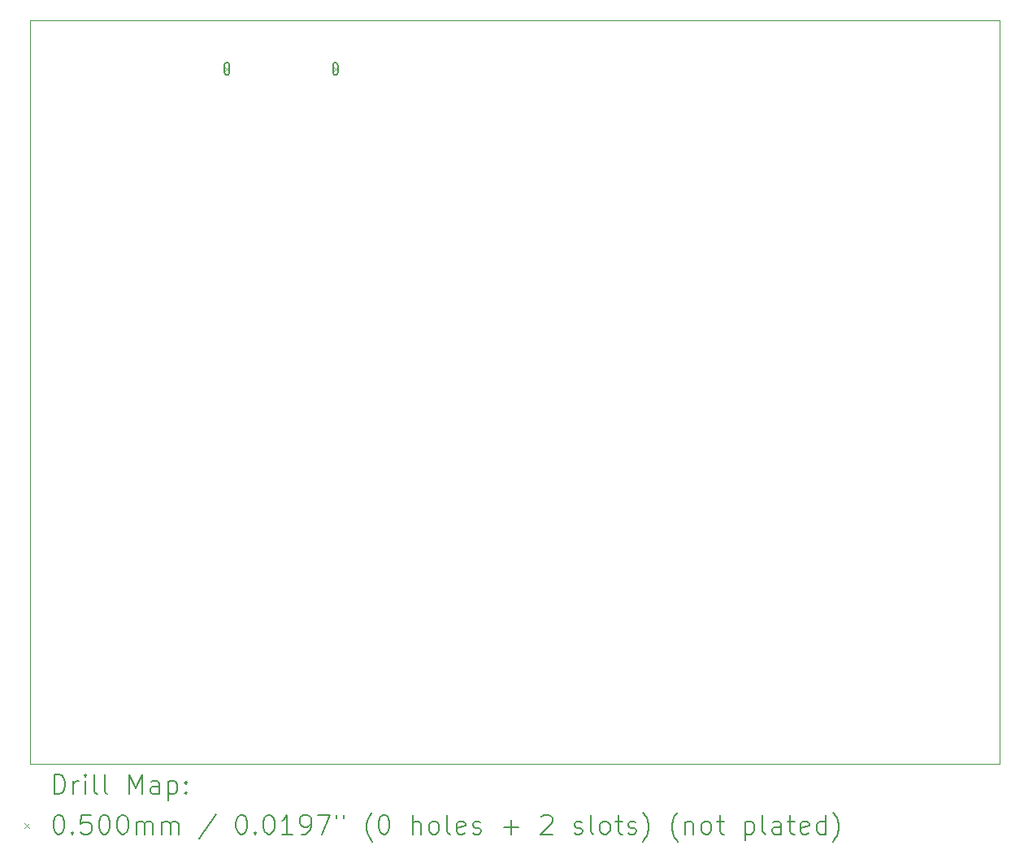
<source format=gbr>
%TF.GenerationSoftware,KiCad,Pcbnew,(6.0.11)*%
%TF.CreationDate,2023-02-10T17:54:02-04:00*%
%TF.ProjectId,simon_dice_2_layer,73696d6f-6e5f-4646-9963-655f325f6c61,rev?*%
%TF.SameCoordinates,Original*%
%TF.FileFunction,Drillmap*%
%TF.FilePolarity,Positive*%
%FSLAX45Y45*%
G04 Gerber Fmt 4.5, Leading zero omitted, Abs format (unit mm)*
G04 Created by KiCad (PCBNEW (6.0.11)) date 2023-02-10 17:54:02*
%MOMM*%
%LPD*%
G01*
G04 APERTURE LIST*
%ADD10C,0.100000*%
%ADD11C,0.200000*%
%ADD12C,0.050000*%
G04 APERTURE END LIST*
D10*
X9751000Y-5049000D02*
X19851000Y-5049000D01*
X19851000Y-5049000D02*
X19851000Y-12789000D01*
X19851000Y-12789000D02*
X9751000Y-12789000D01*
X9751000Y-12789000D02*
X9751000Y-5049000D01*
D11*
D12*
X11778750Y-5525000D02*
X11828750Y-5575000D01*
X11828750Y-5525000D02*
X11778750Y-5575000D01*
D11*
X11778750Y-5510000D02*
X11778750Y-5590000D01*
X11828750Y-5510000D02*
X11828750Y-5590000D01*
X11778750Y-5590000D02*
G75*
G03*
X11828750Y-5590000I25000J0D01*
G01*
X11828750Y-5510000D02*
G75*
G03*
X11778750Y-5510000I-25000J0D01*
G01*
D12*
X12908750Y-5525000D02*
X12958750Y-5575000D01*
X12958750Y-5525000D02*
X12908750Y-5575000D01*
D11*
X12908750Y-5510000D02*
X12908750Y-5590000D01*
X12958750Y-5510000D02*
X12958750Y-5590000D01*
X12908750Y-5590000D02*
G75*
G03*
X12958750Y-5590000I25000J0D01*
G01*
X12958750Y-5510000D02*
G75*
G03*
X12908750Y-5510000I-25000J0D01*
G01*
X10003619Y-13104476D02*
X10003619Y-12904476D01*
X10051238Y-12904476D01*
X10079810Y-12914000D01*
X10098857Y-12933048D01*
X10108381Y-12952095D01*
X10117905Y-12990190D01*
X10117905Y-13018762D01*
X10108381Y-13056857D01*
X10098857Y-13075905D01*
X10079810Y-13094952D01*
X10051238Y-13104476D01*
X10003619Y-13104476D01*
X10203619Y-13104476D02*
X10203619Y-12971143D01*
X10203619Y-13009238D02*
X10213143Y-12990190D01*
X10222667Y-12980667D01*
X10241714Y-12971143D01*
X10260762Y-12971143D01*
X10327429Y-13104476D02*
X10327429Y-12971143D01*
X10327429Y-12904476D02*
X10317905Y-12914000D01*
X10327429Y-12923524D01*
X10336952Y-12914000D01*
X10327429Y-12904476D01*
X10327429Y-12923524D01*
X10451238Y-13104476D02*
X10432190Y-13094952D01*
X10422667Y-13075905D01*
X10422667Y-12904476D01*
X10556000Y-13104476D02*
X10536952Y-13094952D01*
X10527429Y-13075905D01*
X10527429Y-12904476D01*
X10784571Y-13104476D02*
X10784571Y-12904476D01*
X10851238Y-13047333D01*
X10917905Y-12904476D01*
X10917905Y-13104476D01*
X11098857Y-13104476D02*
X11098857Y-12999714D01*
X11089333Y-12980667D01*
X11070286Y-12971143D01*
X11032190Y-12971143D01*
X11013143Y-12980667D01*
X11098857Y-13094952D02*
X11079810Y-13104476D01*
X11032190Y-13104476D01*
X11013143Y-13094952D01*
X11003619Y-13075905D01*
X11003619Y-13056857D01*
X11013143Y-13037809D01*
X11032190Y-13028286D01*
X11079810Y-13028286D01*
X11098857Y-13018762D01*
X11194095Y-12971143D02*
X11194095Y-13171143D01*
X11194095Y-12980667D02*
X11213143Y-12971143D01*
X11251238Y-12971143D01*
X11270286Y-12980667D01*
X11279809Y-12990190D01*
X11289333Y-13009238D01*
X11289333Y-13066381D01*
X11279809Y-13085428D01*
X11270286Y-13094952D01*
X11251238Y-13104476D01*
X11213143Y-13104476D01*
X11194095Y-13094952D01*
X11375048Y-13085428D02*
X11384571Y-13094952D01*
X11375048Y-13104476D01*
X11365524Y-13094952D01*
X11375048Y-13085428D01*
X11375048Y-13104476D01*
X11375048Y-12980667D02*
X11384571Y-12990190D01*
X11375048Y-12999714D01*
X11365524Y-12990190D01*
X11375048Y-12980667D01*
X11375048Y-12999714D01*
D12*
X9696000Y-13409000D02*
X9746000Y-13459000D01*
X9746000Y-13409000D02*
X9696000Y-13459000D01*
D11*
X10041714Y-13324476D02*
X10060762Y-13324476D01*
X10079810Y-13334000D01*
X10089333Y-13343524D01*
X10098857Y-13362571D01*
X10108381Y-13400667D01*
X10108381Y-13448286D01*
X10098857Y-13486381D01*
X10089333Y-13505428D01*
X10079810Y-13514952D01*
X10060762Y-13524476D01*
X10041714Y-13524476D01*
X10022667Y-13514952D01*
X10013143Y-13505428D01*
X10003619Y-13486381D01*
X9994095Y-13448286D01*
X9994095Y-13400667D01*
X10003619Y-13362571D01*
X10013143Y-13343524D01*
X10022667Y-13334000D01*
X10041714Y-13324476D01*
X10194095Y-13505428D02*
X10203619Y-13514952D01*
X10194095Y-13524476D01*
X10184571Y-13514952D01*
X10194095Y-13505428D01*
X10194095Y-13524476D01*
X10384571Y-13324476D02*
X10289333Y-13324476D01*
X10279810Y-13419714D01*
X10289333Y-13410190D01*
X10308381Y-13400667D01*
X10356000Y-13400667D01*
X10375048Y-13410190D01*
X10384571Y-13419714D01*
X10394095Y-13438762D01*
X10394095Y-13486381D01*
X10384571Y-13505428D01*
X10375048Y-13514952D01*
X10356000Y-13524476D01*
X10308381Y-13524476D01*
X10289333Y-13514952D01*
X10279810Y-13505428D01*
X10517905Y-13324476D02*
X10536952Y-13324476D01*
X10556000Y-13334000D01*
X10565524Y-13343524D01*
X10575048Y-13362571D01*
X10584571Y-13400667D01*
X10584571Y-13448286D01*
X10575048Y-13486381D01*
X10565524Y-13505428D01*
X10556000Y-13514952D01*
X10536952Y-13524476D01*
X10517905Y-13524476D01*
X10498857Y-13514952D01*
X10489333Y-13505428D01*
X10479810Y-13486381D01*
X10470286Y-13448286D01*
X10470286Y-13400667D01*
X10479810Y-13362571D01*
X10489333Y-13343524D01*
X10498857Y-13334000D01*
X10517905Y-13324476D01*
X10708381Y-13324476D02*
X10727429Y-13324476D01*
X10746476Y-13334000D01*
X10756000Y-13343524D01*
X10765524Y-13362571D01*
X10775048Y-13400667D01*
X10775048Y-13448286D01*
X10765524Y-13486381D01*
X10756000Y-13505428D01*
X10746476Y-13514952D01*
X10727429Y-13524476D01*
X10708381Y-13524476D01*
X10689333Y-13514952D01*
X10679810Y-13505428D01*
X10670286Y-13486381D01*
X10660762Y-13448286D01*
X10660762Y-13400667D01*
X10670286Y-13362571D01*
X10679810Y-13343524D01*
X10689333Y-13334000D01*
X10708381Y-13324476D01*
X10860762Y-13524476D02*
X10860762Y-13391143D01*
X10860762Y-13410190D02*
X10870286Y-13400667D01*
X10889333Y-13391143D01*
X10917905Y-13391143D01*
X10936952Y-13400667D01*
X10946476Y-13419714D01*
X10946476Y-13524476D01*
X10946476Y-13419714D02*
X10956000Y-13400667D01*
X10975048Y-13391143D01*
X11003619Y-13391143D01*
X11022667Y-13400667D01*
X11032190Y-13419714D01*
X11032190Y-13524476D01*
X11127429Y-13524476D02*
X11127429Y-13391143D01*
X11127429Y-13410190D02*
X11136952Y-13400667D01*
X11156000Y-13391143D01*
X11184571Y-13391143D01*
X11203619Y-13400667D01*
X11213143Y-13419714D01*
X11213143Y-13524476D01*
X11213143Y-13419714D02*
X11222667Y-13400667D01*
X11241714Y-13391143D01*
X11270286Y-13391143D01*
X11289333Y-13400667D01*
X11298857Y-13419714D01*
X11298857Y-13524476D01*
X11689333Y-13314952D02*
X11517905Y-13572095D01*
X11946476Y-13324476D02*
X11965524Y-13324476D01*
X11984571Y-13334000D01*
X11994095Y-13343524D01*
X12003619Y-13362571D01*
X12013143Y-13400667D01*
X12013143Y-13448286D01*
X12003619Y-13486381D01*
X11994095Y-13505428D01*
X11984571Y-13514952D01*
X11965524Y-13524476D01*
X11946476Y-13524476D01*
X11927428Y-13514952D01*
X11917905Y-13505428D01*
X11908381Y-13486381D01*
X11898857Y-13448286D01*
X11898857Y-13400667D01*
X11908381Y-13362571D01*
X11917905Y-13343524D01*
X11927428Y-13334000D01*
X11946476Y-13324476D01*
X12098857Y-13505428D02*
X12108381Y-13514952D01*
X12098857Y-13524476D01*
X12089333Y-13514952D01*
X12098857Y-13505428D01*
X12098857Y-13524476D01*
X12232190Y-13324476D02*
X12251238Y-13324476D01*
X12270286Y-13334000D01*
X12279809Y-13343524D01*
X12289333Y-13362571D01*
X12298857Y-13400667D01*
X12298857Y-13448286D01*
X12289333Y-13486381D01*
X12279809Y-13505428D01*
X12270286Y-13514952D01*
X12251238Y-13524476D01*
X12232190Y-13524476D01*
X12213143Y-13514952D01*
X12203619Y-13505428D01*
X12194095Y-13486381D01*
X12184571Y-13448286D01*
X12184571Y-13400667D01*
X12194095Y-13362571D01*
X12203619Y-13343524D01*
X12213143Y-13334000D01*
X12232190Y-13324476D01*
X12489333Y-13524476D02*
X12375048Y-13524476D01*
X12432190Y-13524476D02*
X12432190Y-13324476D01*
X12413143Y-13353048D01*
X12394095Y-13372095D01*
X12375048Y-13381619D01*
X12584571Y-13524476D02*
X12622667Y-13524476D01*
X12641714Y-13514952D01*
X12651238Y-13505428D01*
X12670286Y-13476857D01*
X12679809Y-13438762D01*
X12679809Y-13362571D01*
X12670286Y-13343524D01*
X12660762Y-13334000D01*
X12641714Y-13324476D01*
X12603619Y-13324476D01*
X12584571Y-13334000D01*
X12575048Y-13343524D01*
X12565524Y-13362571D01*
X12565524Y-13410190D01*
X12575048Y-13429238D01*
X12584571Y-13438762D01*
X12603619Y-13448286D01*
X12641714Y-13448286D01*
X12660762Y-13438762D01*
X12670286Y-13429238D01*
X12679809Y-13410190D01*
X12746476Y-13324476D02*
X12879809Y-13324476D01*
X12794095Y-13524476D01*
X12946476Y-13324476D02*
X12946476Y-13362571D01*
X13022667Y-13324476D02*
X13022667Y-13362571D01*
X13317905Y-13600667D02*
X13308381Y-13591143D01*
X13289333Y-13562571D01*
X13279809Y-13543524D01*
X13270286Y-13514952D01*
X13260762Y-13467333D01*
X13260762Y-13429238D01*
X13270286Y-13381619D01*
X13279809Y-13353048D01*
X13289333Y-13334000D01*
X13308381Y-13305428D01*
X13317905Y-13295905D01*
X13432190Y-13324476D02*
X13451238Y-13324476D01*
X13470286Y-13334000D01*
X13479809Y-13343524D01*
X13489333Y-13362571D01*
X13498857Y-13400667D01*
X13498857Y-13448286D01*
X13489333Y-13486381D01*
X13479809Y-13505428D01*
X13470286Y-13514952D01*
X13451238Y-13524476D01*
X13432190Y-13524476D01*
X13413143Y-13514952D01*
X13403619Y-13505428D01*
X13394095Y-13486381D01*
X13384571Y-13448286D01*
X13384571Y-13400667D01*
X13394095Y-13362571D01*
X13403619Y-13343524D01*
X13413143Y-13334000D01*
X13432190Y-13324476D01*
X13736952Y-13524476D02*
X13736952Y-13324476D01*
X13822667Y-13524476D02*
X13822667Y-13419714D01*
X13813143Y-13400667D01*
X13794095Y-13391143D01*
X13765524Y-13391143D01*
X13746476Y-13400667D01*
X13736952Y-13410190D01*
X13946476Y-13524476D02*
X13927428Y-13514952D01*
X13917905Y-13505428D01*
X13908381Y-13486381D01*
X13908381Y-13429238D01*
X13917905Y-13410190D01*
X13927428Y-13400667D01*
X13946476Y-13391143D01*
X13975048Y-13391143D01*
X13994095Y-13400667D01*
X14003619Y-13410190D01*
X14013143Y-13429238D01*
X14013143Y-13486381D01*
X14003619Y-13505428D01*
X13994095Y-13514952D01*
X13975048Y-13524476D01*
X13946476Y-13524476D01*
X14127428Y-13524476D02*
X14108381Y-13514952D01*
X14098857Y-13495905D01*
X14098857Y-13324476D01*
X14279809Y-13514952D02*
X14260762Y-13524476D01*
X14222667Y-13524476D01*
X14203619Y-13514952D01*
X14194095Y-13495905D01*
X14194095Y-13419714D01*
X14203619Y-13400667D01*
X14222667Y-13391143D01*
X14260762Y-13391143D01*
X14279809Y-13400667D01*
X14289333Y-13419714D01*
X14289333Y-13438762D01*
X14194095Y-13457809D01*
X14365524Y-13514952D02*
X14384571Y-13524476D01*
X14422667Y-13524476D01*
X14441714Y-13514952D01*
X14451238Y-13495905D01*
X14451238Y-13486381D01*
X14441714Y-13467333D01*
X14422667Y-13457809D01*
X14394095Y-13457809D01*
X14375048Y-13448286D01*
X14365524Y-13429238D01*
X14365524Y-13419714D01*
X14375048Y-13400667D01*
X14394095Y-13391143D01*
X14422667Y-13391143D01*
X14441714Y-13400667D01*
X14689333Y-13448286D02*
X14841714Y-13448286D01*
X14765524Y-13524476D02*
X14765524Y-13372095D01*
X15079809Y-13343524D02*
X15089333Y-13334000D01*
X15108381Y-13324476D01*
X15156000Y-13324476D01*
X15175048Y-13334000D01*
X15184571Y-13343524D01*
X15194095Y-13362571D01*
X15194095Y-13381619D01*
X15184571Y-13410190D01*
X15070286Y-13524476D01*
X15194095Y-13524476D01*
X15422667Y-13514952D02*
X15441714Y-13524476D01*
X15479809Y-13524476D01*
X15498857Y-13514952D01*
X15508381Y-13495905D01*
X15508381Y-13486381D01*
X15498857Y-13467333D01*
X15479809Y-13457809D01*
X15451238Y-13457809D01*
X15432190Y-13448286D01*
X15422667Y-13429238D01*
X15422667Y-13419714D01*
X15432190Y-13400667D01*
X15451238Y-13391143D01*
X15479809Y-13391143D01*
X15498857Y-13400667D01*
X15622667Y-13524476D02*
X15603619Y-13514952D01*
X15594095Y-13495905D01*
X15594095Y-13324476D01*
X15727428Y-13524476D02*
X15708381Y-13514952D01*
X15698857Y-13505428D01*
X15689333Y-13486381D01*
X15689333Y-13429238D01*
X15698857Y-13410190D01*
X15708381Y-13400667D01*
X15727428Y-13391143D01*
X15756000Y-13391143D01*
X15775048Y-13400667D01*
X15784571Y-13410190D01*
X15794095Y-13429238D01*
X15794095Y-13486381D01*
X15784571Y-13505428D01*
X15775048Y-13514952D01*
X15756000Y-13524476D01*
X15727428Y-13524476D01*
X15851238Y-13391143D02*
X15927428Y-13391143D01*
X15879809Y-13324476D02*
X15879809Y-13495905D01*
X15889333Y-13514952D01*
X15908381Y-13524476D01*
X15927428Y-13524476D01*
X15984571Y-13514952D02*
X16003619Y-13524476D01*
X16041714Y-13524476D01*
X16060762Y-13514952D01*
X16070286Y-13495905D01*
X16070286Y-13486381D01*
X16060762Y-13467333D01*
X16041714Y-13457809D01*
X16013143Y-13457809D01*
X15994095Y-13448286D01*
X15984571Y-13429238D01*
X15984571Y-13419714D01*
X15994095Y-13400667D01*
X16013143Y-13391143D01*
X16041714Y-13391143D01*
X16060762Y-13400667D01*
X16136952Y-13600667D02*
X16146476Y-13591143D01*
X16165524Y-13562571D01*
X16175048Y-13543524D01*
X16184571Y-13514952D01*
X16194095Y-13467333D01*
X16194095Y-13429238D01*
X16184571Y-13381619D01*
X16175048Y-13353048D01*
X16165524Y-13334000D01*
X16146476Y-13305428D01*
X16136952Y-13295905D01*
X16498857Y-13600667D02*
X16489333Y-13591143D01*
X16470286Y-13562571D01*
X16460762Y-13543524D01*
X16451238Y-13514952D01*
X16441714Y-13467333D01*
X16441714Y-13429238D01*
X16451238Y-13381619D01*
X16460762Y-13353048D01*
X16470286Y-13334000D01*
X16489333Y-13305428D01*
X16498857Y-13295905D01*
X16575048Y-13391143D02*
X16575048Y-13524476D01*
X16575048Y-13410190D02*
X16584571Y-13400667D01*
X16603619Y-13391143D01*
X16632190Y-13391143D01*
X16651238Y-13400667D01*
X16660762Y-13419714D01*
X16660762Y-13524476D01*
X16784571Y-13524476D02*
X16765524Y-13514952D01*
X16756000Y-13505428D01*
X16746476Y-13486381D01*
X16746476Y-13429238D01*
X16756000Y-13410190D01*
X16765524Y-13400667D01*
X16784571Y-13391143D01*
X16813143Y-13391143D01*
X16832190Y-13400667D01*
X16841714Y-13410190D01*
X16851238Y-13429238D01*
X16851238Y-13486381D01*
X16841714Y-13505428D01*
X16832190Y-13514952D01*
X16813143Y-13524476D01*
X16784571Y-13524476D01*
X16908381Y-13391143D02*
X16984571Y-13391143D01*
X16936952Y-13324476D02*
X16936952Y-13495905D01*
X16946476Y-13514952D01*
X16965524Y-13524476D01*
X16984571Y-13524476D01*
X17203619Y-13391143D02*
X17203619Y-13591143D01*
X17203619Y-13400667D02*
X17222667Y-13391143D01*
X17260762Y-13391143D01*
X17279810Y-13400667D01*
X17289333Y-13410190D01*
X17298857Y-13429238D01*
X17298857Y-13486381D01*
X17289333Y-13505428D01*
X17279810Y-13514952D01*
X17260762Y-13524476D01*
X17222667Y-13524476D01*
X17203619Y-13514952D01*
X17413143Y-13524476D02*
X17394095Y-13514952D01*
X17384571Y-13495905D01*
X17384571Y-13324476D01*
X17575048Y-13524476D02*
X17575048Y-13419714D01*
X17565524Y-13400667D01*
X17546476Y-13391143D01*
X17508381Y-13391143D01*
X17489333Y-13400667D01*
X17575048Y-13514952D02*
X17556000Y-13524476D01*
X17508381Y-13524476D01*
X17489333Y-13514952D01*
X17479810Y-13495905D01*
X17479810Y-13476857D01*
X17489333Y-13457809D01*
X17508381Y-13448286D01*
X17556000Y-13448286D01*
X17575048Y-13438762D01*
X17641714Y-13391143D02*
X17717905Y-13391143D01*
X17670286Y-13324476D02*
X17670286Y-13495905D01*
X17679810Y-13514952D01*
X17698857Y-13524476D01*
X17717905Y-13524476D01*
X17860762Y-13514952D02*
X17841714Y-13524476D01*
X17803619Y-13524476D01*
X17784571Y-13514952D01*
X17775048Y-13495905D01*
X17775048Y-13419714D01*
X17784571Y-13400667D01*
X17803619Y-13391143D01*
X17841714Y-13391143D01*
X17860762Y-13400667D01*
X17870286Y-13419714D01*
X17870286Y-13438762D01*
X17775048Y-13457809D01*
X18041714Y-13524476D02*
X18041714Y-13324476D01*
X18041714Y-13514952D02*
X18022667Y-13524476D01*
X17984571Y-13524476D01*
X17965524Y-13514952D01*
X17956000Y-13505428D01*
X17946476Y-13486381D01*
X17946476Y-13429238D01*
X17956000Y-13410190D01*
X17965524Y-13400667D01*
X17984571Y-13391143D01*
X18022667Y-13391143D01*
X18041714Y-13400667D01*
X18117905Y-13600667D02*
X18127429Y-13591143D01*
X18146476Y-13562571D01*
X18156000Y-13543524D01*
X18165524Y-13514952D01*
X18175048Y-13467333D01*
X18175048Y-13429238D01*
X18165524Y-13381619D01*
X18156000Y-13353048D01*
X18146476Y-13334000D01*
X18127429Y-13305428D01*
X18117905Y-13295905D01*
M02*

</source>
